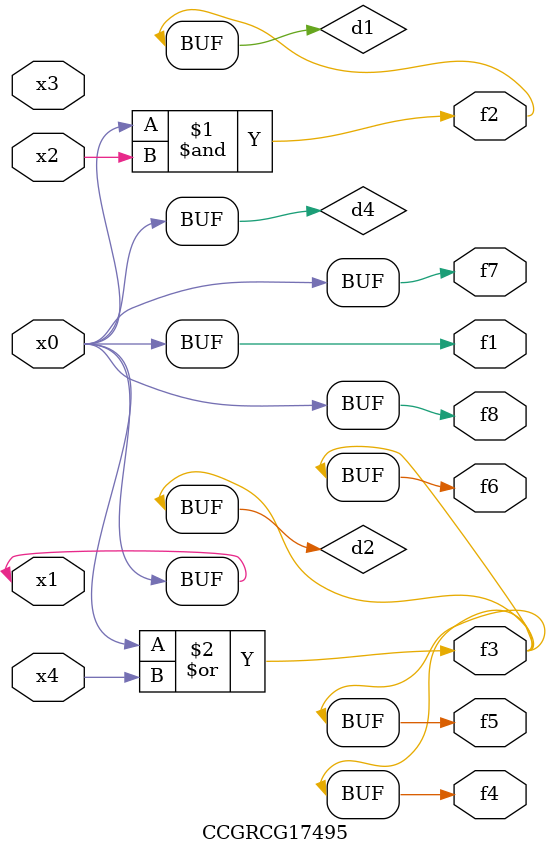
<source format=v>
module CCGRCG17495(
	input x0, x1, x2, x3, x4,
	output f1, f2, f3, f4, f5, f6, f7, f8
);

	wire d1, d2, d3, d4;

	and (d1, x0, x2);
	or (d2, x0, x4);
	nand (d3, x0, x2);
	buf (d4, x0, x1);
	assign f1 = d4;
	assign f2 = d1;
	assign f3 = d2;
	assign f4 = d2;
	assign f5 = d2;
	assign f6 = d2;
	assign f7 = d4;
	assign f8 = d4;
endmodule

</source>
